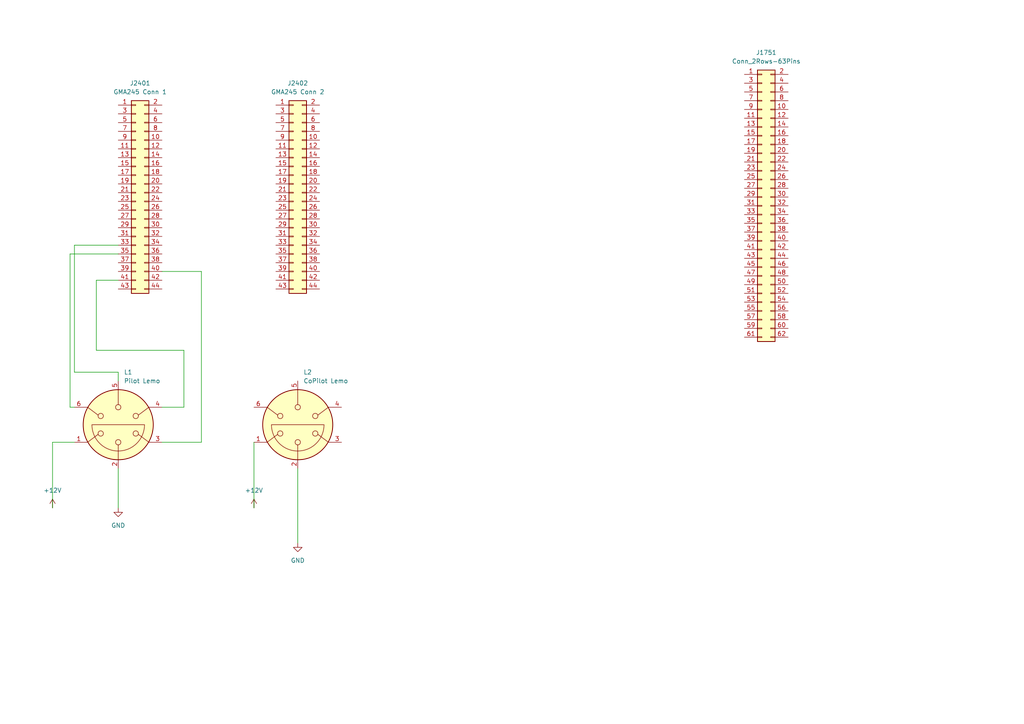
<source format=kicad_sch>
(kicad_sch (version 20230121) (generator eeschema)
  (paper "A4")
  (lib_symbols
    (symbol "Conn_2Rows-45Pins_1" (pin_names (offset 1.016) hide)
      (property "Reference" "J1" (at 1.27 34.29 0))
      (property "Value" "Conn_2Rows-45Pins" (at 1.27 31.75 0))
      (symbol "Conn_2Rows-45Pins_1_1_1"
        (rectangle (start -1.27 -25.273) (end 0 -25.527) (stroke (width 0.1524)))
        (rectangle (start -1.27 -22.733) (end 0 -22.987) (stroke (width 0.1524)))
        (rectangle (start -1.27 -20.193) (end 0 -20.447) (stroke (width 0.1524)))
        (rectangle (start -1.27 -17.653) (end 0 -17.907) (stroke (width 0.1524)))
        (rectangle (start -1.27 -15.113) (end 0 -15.367) (stroke (width 0.1524)))
        (rectangle (start -1.27 -12.573) (end 0 -12.827) (stroke (width 0.1524)))
        (rectangle (start -1.27 -10.033) (end 0 -10.287) (stroke (width 0.1524)))
        (rectangle (start -1.27 -7.493) (end 0 -7.747) (stroke (width 0.1524)))
        (rectangle (start -1.27 -4.953) (end 0 -5.207) (stroke (width 0.1524)))
        (rectangle (start -1.27 -2.413) (end 0 -2.667) (stroke (width 0.1524)))
        (rectangle (start -1.27 0.127) (end 0 -0.127) (stroke (width 0.1524)))
        (rectangle (start -1.27 2.667) (end 0 2.413) (stroke (width 0.1524)))
        (rectangle (start -1.27 5.207) (end 0 4.953) (stroke (width 0.1524)))
        (rectangle (start -1.27 7.747) (end 0 7.493) (stroke (width 0.1524)))
        (rectangle (start -1.27 10.287) (end 0 10.033) (stroke (width 0.1524)))
        (rectangle (start -1.27 12.827) (end 0 12.573) (stroke (width 0.1524)))
        (rectangle (start -1.27 15.367) (end 0 15.113) (stroke (width 0.1524)))
        (rectangle (start -1.27 17.907) (end 0 17.653) (stroke (width 0.1524)))
        (rectangle (start -1.27 20.447) (end 0 20.193) (stroke (width 0.1524)))
        (rectangle (start -1.27 22.987) (end 0 22.733) (stroke (width 0.1524)))
        (rectangle (start -1.27 25.527) (end 0 25.273) (stroke (width 0.1524)))
        (rectangle (start -1.27 28.067) (end 0 27.813) (stroke (width 0.1524)))
        (rectangle (start -1.27 29.21) (end 3.81 -26.67) (stroke (width 0.254)) (fill (type background)))
        (rectangle (start 3.81 -25.273) (end 2.54 -25.527) (stroke (width 0.1524)))
        (rectangle (start 3.81 -22.733) (end 2.54 -22.987) (stroke (width 0.1524)))
        (rectangle (start 3.81 -20.193) (end 2.54 -20.447) (stroke (width 0.1524)))
        (rectangle (start 3.81 -17.653) (end 2.54 -17.907) (stroke (width 0.1524)))
        (rectangle (start 3.81 -15.113) (end 2.54 -15.367) (stroke (width 0.1524)))
        (rectangle (start 3.81 -12.573) (end 2.54 -12.827) (stroke (width 0.1524)))
        (rectangle (start 3.81 -10.033) (end 2.54 -10.287) (stroke (width 0.1524)))
        (rectangle (start 3.81 -7.493) (end 2.54 -7.747) (stroke (width 0.1524)))
        (rectangle (start 3.81 -4.953) (end 2.54 -5.207) (stroke (width 0.1524)))
        (rectangle (start 3.81 -2.413) (end 2.54 -2.667) (stroke (width 0.1524)))
        (rectangle (start 3.81 0.127) (end 2.54 -0.127) (stroke (width 0.1524)))
        (rectangle (start 3.81 2.667) (end 2.54 2.413) (stroke (width 0.1524)))
        (rectangle (start 3.81 5.207) (end 2.54 4.953) (stroke (width 0.1524)))
        (rectangle (start 3.81 7.747) (end 2.54 7.493) (stroke (width 0.1524)))
        (rectangle (start 3.81 10.287) (end 2.54 10.033) (stroke (width 0.1524)))
        (rectangle (start 3.81 12.827) (end 2.54 12.573) (stroke (width 0.1524)))
        (rectangle (start 3.81 15.367) (end 2.54 15.113) (stroke (width 0.1524)))
        (rectangle (start 3.81 17.907) (end 2.54 17.653) (stroke (width 0.1524)))
        (rectangle (start 3.81 20.447) (end 2.54 20.193) (stroke (width 0.1524)))
        (rectangle (start 3.81 22.987) (end 2.54 22.733) (stroke (width 0.1524)))
        (rectangle (start 3.81 25.527) (end 2.54 25.273) (stroke (width 0.1524)))
        (rectangle (start 3.81 28.067) (end 2.54 27.813) (stroke (width 0.1524)))
        (pin passive line (at -5.08 27.94 0) (length 3.81) (name "Pin_1") (number "1"))
        (pin passive line (at 7.62 17.78 180) (length 3.81) (name "Pin_10") (number "10"))
        (pin passive line (at -5.08 15.24 0) (length 3.81) (name "Pin_11") (number "11"))
        (pin passive line (at 7.62 15.24 180) (length 3.81) (name "Pin_12") (number "12"))
        (pin passive line (at -5.08 12.7 0) (length 3.81) (name "Pin_13") (number "13"))
        (pin passive line (at 7.62 12.7 180) (length 3.81) (name "Pin_14") (number "14"))
        (pin passive line (at -5.08 10.16 0) (length 3.81) (name "Pin_15") (number "15"))
        (pin passive line (at 7.62 10.16 180) (length 3.81) (name "Pin_16") (number "16"))
        (pin passive line (at -5.08 7.62 0) (length 3.81) (name "Pin_17") (number "17"))
        (pin passive line (at 7.62 7.62 180) (length 3.81) (name "Pin_18") (number "18"))
        (pin passive line (at -5.08 5.08 0) (length 3.81) (name "Pin_19") (number "19"))
        (pin passive line (at 7.62 27.94 180) (length 3.81) (name "Pin_2") (number "2"))
        (pin passive line (at 7.62 5.08 180) (length 3.81) (name "Pin_20") (number "20"))
        (pin passive line (at -5.08 2.54 0) (length 3.81) (name "Pin_21") (number "21"))
        (pin passive line (at 7.62 2.54 180) (length 3.81) (name "Pin_22") (number "22"))
        (pin passive line (at -5.08 0 0) (length 3.81) (name "Pin_23") (number "23"))
        (pin passive line (at 7.62 0 180) (length 3.81) (name "Pin_24") (number "24"))
        (pin passive line (at -5.08 -2.54 0) (length 3.81) (name "Pin_25") (number "25"))
        (pin passive line (at 7.62 -2.54 180) (length 3.81) (name "Pin_26") (number "26"))
        (pin passive line (at -5.08 -5.08 0) (length 3.81) (name "Pin_27") (number "27"))
        (pin passive line (at 7.62 -5.08 180) (length 3.81) (name "Pin_28") (number "28"))
        (pin passive line (at -5.08 -7.62 0) (length 3.81) (name "Pin_29") (number "29"))
        (pin passive line (at -5.08 25.4 0) (length 3.81) (name "Pin_3") (number "3"))
        (pin passive line (at 7.62 -7.62 180) (length 3.81) (name "Pin_30") (number "30"))
        (pin passive line (at -5.08 -10.16 0) (length 3.81) (name "Pin_31") (number "31"))
        (pin passive line (at 7.62 -10.16 180) (length 3.81) (name "Pin_32") (number "32"))
        (pin passive line (at -5.08 -12.7 0) (length 3.81) (name "Pin_33") (number "33"))
        (pin passive line (at 7.62 -12.7 180) (length 3.81) (name "Pin_34") (number "34"))
        (pin passive line (at -5.08 -15.24 0) (length 3.81) (name "Pin_35") (number "35"))
        (pin passive line (at 7.62 -15.24 180) (length 3.81) (name "Pin_36") (number "36"))
        (pin passive line (at -5.08 -17.78 0) (length 3.81) (name "Pin_37") (number "37"))
        (pin passive line (at 7.62 -17.78 180) (length 3.81) (name "Pin_38") (number "38"))
        (pin passive line (at -5.08 -20.32 0) (length 3.81) (name "Pin_39") (number "39"))
        (pin passive line (at 7.62 25.4 180) (length 3.81) (name "Pin_4") (number "4"))
        (pin passive line (at 7.62 -20.32 180) (length 3.81) (name "Pin_40") (number "40"))
        (pin passive line (at -5.08 -22.86 0) (length 3.81) (name "Pin_41") (number "41"))
        (pin passive line (at 7.62 -22.86 180) (length 3.81) (name "Pin_42") (number "42"))
        (pin passive line (at -5.08 -25.4 0) (length 3.81) (name "Pin_43") (number "43"))
        (pin passive line (at 7.62 -25.4 180) (length 3.81) (name "Pin_44") (number "44"))
        (pin passive line (at -5.08 22.86 0) (length 3.81) (name "Pin_5") (number "5"))
        (pin passive line (at 7.62 22.86 180) (length 3.81) (name "Pin_6") (number "6"))
        (pin passive line (at -5.08 20.32 0) (length 3.81) (name "Pin_7") (number "7"))
        (pin passive line (at 7.62 20.32 180) (length 3.81) (name "Pin_8") (number "8"))
        (pin passive line (at -5.08 17.78 0) (length 3.81) (name "Pin_9") (number "9"))
      )
    )
    (symbol "Connector:LEMO6" (pin_names (offset 1.016) hide)
      (property "Reference" "J" (at 8.255 9.525 0))
      (property "Value" "LEMO6" (at 8.255 -10.16 0))
      (symbol "LEMO6_0_1"
        (arc (start -7.62 -0.0254) (mid -5.3882 -5.3882) (end -0.0254 -7.62))
        (circle (center -5.08 -2.54) (radius 0.762))
        (circle (center -5.08 2.54) (radius 0.762))
        (circle (center 0 -5.08) (radius 0.762))
        (polyline (pts (xy -10.16 5.08) (xy -8.89 5.08)))
        (polyline (pts (xy -8.89 -5.08) (xy -10.16 -5.08)))
        (polyline (pts (xy -8.89 -5.08) (xy -5.842 -2.794)))
        (polyline (pts (xy -8.89 5.08) (xy -5.842 2.794)))
        (polyline (pts (xy -7.62 0) (xy 7.62 0)))
        (polyline (pts (xy 0 -10.16) (xy 0 -5.842)))
        (polyline (pts (xy 0 10.16) (xy 0 5.842)))
        (polyline (pts (xy 8.89 -5.08) (xy 5.842 -2.794)))
        (polyline (pts (xy 8.89 -5.08) (xy 10.16 -5.08)))
        (polyline (pts (xy 8.89 5.08) (xy 5.842 2.794)))
        (polyline (pts (xy 10.16 5.08) (xy 8.89 5.08)))
        (circle (center 0 0) (radius 10.16) (stroke (width 0.254)) (fill (type background)))
        (circle (center 0 5.08) (radius 0.762))
        (arc (start 0.0254 -7.62) (mid 5.3882 -5.3882) (end 7.62 -0.0254))
        (circle (center 5.08 -2.54) (radius 0.762))
        (circle (center 5.08 2.54) (radius 0.762))
      )
      (symbol "LEMO6_1_1"
        (pin passive line (at -12.7 -5.08 0) (length 2.54) (name "~") (number "1"))
        (pin passive line (at 0 -12.7 90) (length 2.54) (name "~") (number "2"))
        (pin passive line (at 12.7 -5.08 180) (length 2.54) (name "~") (number "3"))
        (pin passive line (at 12.7 5.08 180) (length 2.54) (name "~") (number "4"))
        (pin passive line (at 0 12.7 270) (length 2.54) (name "~") (number "5"))
        (pin passive line (at -12.7 5.08 0) (length 2.54) (name "~") (number "6"))
      )
    )
    (symbol "Connector_Generic:Conn_2Rows-63Pins" (pin_names (offset 1.016) hide)
      (property "Reference" "J3" (at 1.27 44.45 0))
      (property "Value" "Conn_2Rows-63Pins" (at 1.27 41.91 0))
      (symbol "Conn_2Rows-63Pins_1_1"
        (rectangle (start -1.27 -37.973) (end 0 -38.227) (stroke (width 0.1524)))
        (rectangle (start -1.27 -35.433) (end 0 -35.687) (stroke (width 0.1524)))
        (rectangle (start -1.27 -32.893) (end 0 -33.147) (stroke (width 0.1524)))
        (rectangle (start -1.27 -30.353) (end 0 -30.607) (stroke (width 0.1524)))
        (rectangle (start -1.27 -27.813) (end 0 -28.067) (stroke (width 0.1524)))
        (rectangle (start -1.27 -25.273) (end 0 -25.527) (stroke (width 0.1524)))
        (rectangle (start -1.27 -22.733) (end 0 -22.987) (stroke (width 0.1524)))
        (rectangle (start -1.27 -20.193) (end 0 -20.447) (stroke (width 0.1524)))
        (rectangle (start -1.27 -17.653) (end 0 -17.907) (stroke (width 0.1524)))
        (rectangle (start -1.27 -15.113) (end 0 -15.367) (stroke (width 0.1524)))
        (rectangle (start -1.27 -12.573) (end 0 -12.827) (stroke (width 0.1524)))
        (rectangle (start -1.27 -10.033) (end 0 -10.287) (stroke (width 0.1524)))
        (rectangle (start -1.27 -7.493) (end 0 -7.747) (stroke (width 0.1524)))
        (rectangle (start -1.27 -4.953) (end 0 -5.207) (stroke (width 0.1524)))
        (rectangle (start -1.27 -2.413) (end 0 -2.667) (stroke (width 0.1524)))
        (rectangle (start -1.27 0.127) (end 0 -0.127) (stroke (width 0.1524)))
        (rectangle (start -1.27 2.667) (end 0 2.413) (stroke (width 0.1524)))
        (rectangle (start -1.27 5.207) (end 0 4.953) (stroke (width 0.1524)))
        (rectangle (start -1.27 7.747) (end 0 7.493) (stroke (width 0.1524)))
        (rectangle (start -1.27 10.287) (end 0 10.033) (stroke (width 0.1524)))
        (rectangle (start -1.27 12.827) (end 0 12.573) (stroke (width 0.1524)))
        (rectangle (start -1.27 15.367) (end 0 15.113) (stroke (width 0.1524)))
        (rectangle (start -1.27 17.907) (end 0 17.653) (stroke (width 0.1524)))
        (rectangle (start -1.27 20.447) (end 0 20.193) (stroke (width 0.1524)))
        (rectangle (start -1.27 22.987) (end 0 22.733) (stroke (width 0.1524)))
        (rectangle (start -1.27 25.527) (end 0 25.273) (stroke (width 0.1524)))
        (rectangle (start -1.27 28.067) (end 0 27.813) (stroke (width 0.1524)))
        (rectangle (start -1.27 30.607) (end 0 30.353) (stroke (width 0.1524)))
        (rectangle (start -1.27 33.147) (end 0 32.893) (stroke (width 0.1524)))
        (rectangle (start -1.27 35.687) (end 0 35.433) (stroke (width 0.1524)))
        (rectangle (start -1.27 38.227) (end 0 37.973) (stroke (width 0.1524)))
        (rectangle (start -1.27 39.37) (end 3.81 -39.37) (stroke (width 0.254)) (fill (type background)))
        (rectangle (start 3.81 -37.973) (end 2.54 -38.227) (stroke (width 0.1524)))
        (rectangle (start 3.81 -35.433) (end 2.54 -35.687) (stroke (width 0.1524)))
        (rectangle (start 3.81 -32.893) (end 2.54 -33.147) (stroke (width 0.1524)))
        (rectangle (start 3.81 -30.353) (end 2.54 -30.607) (stroke (width 0.1524)))
        (rectangle (start 3.81 -27.813) (end 2.54 -28.067) (stroke (width 0.1524)))
        (rectangle (start 3.81 -25.273) (end 2.54 -25.527) (stroke (width 0.1524)))
        (rectangle (start 3.81 -22.733) (end 2.54 -22.987) (stroke (width 0.1524)))
        (rectangle (start 3.81 -20.193) (end 2.54 -20.447) (stroke (width 0.1524)))
        (rectangle (start 3.81 -17.653) (end 2.54 -17.907) (stroke (width 0.1524)))
        (rectangle (start 3.81 -15.113) (end 2.54 -15.367) (stroke (width 0.1524)))
        (rectangle (start 3.81 -12.573) (end 2.54 -12.827) (stroke (width 0.1524)))
        (rectangle (start 3.81 -10.033) (end 2.54 -10.287) (stroke (width 0.1524)))
        (rectangle (start 3.81 -7.493) (end 2.54 -7.747) (stroke (width 0.1524)))
        (rectangle (start 3.81 -4.953) (end 2.54 -5.207) (stroke (width 0.1524)))
        (rectangle (start 3.81 -2.413) (end 2.54 -2.667) (stroke (width 0.1524)))
        (rectangle (start 3.81 0.127) (end 2.54 -0.127) (stroke (width 0.1524)))
        (rectangle (start 3.81 2.667) (end 2.54 2.413) (stroke (width 0.1524)))
        (rectangle (start 3.81 5.207) (end 2.54 4.953) (stroke (width 0.1524)))
        (rectangle (start 3.81 7.747) (end 2.54 7.493) (stroke (width 0.1524)))
        (rectangle (start 3.81 10.287) (end 2.54 10.033) (stroke (width 0.1524)))
        (rectangle (start 3.81 12.827) (end 2.54 12.573) (stroke (width 0.1524)))
        (rectangle (start 3.81 15.367) (end 2.54 15.113) (stroke (width 0.1524)))
        (rectangle (start 3.81 17.907) (end 2.54 17.653) (stroke (width 0.1524)))
        (rectangle (start 3.81 20.447) (end 2.54 20.193) (stroke (width 0.1524)))
        (rectangle (start 3.81 22.987) (end 2.54 22.733) (stroke (width 0.1524)))
        (rectangle (start 3.81 25.527) (end 2.54 25.273) (stroke (width 0.1524)))
        (rectangle (start 3.81 28.067) (end 2.54 27.813) (stroke (width 0.1524)))
        (rectangle (start 3.81 30.607) (end 2.54 30.353) (stroke (width 0.1524)))
        (rectangle (start 3.81 33.147) (end 2.54 32.893) (stroke (width 0.1524)))
        (rectangle (start 3.81 35.687) (end 2.54 35.433) (stroke (width 0.1524)))
        (rectangle (start 3.81 38.227) (end 2.54 37.973) (stroke (width 0.1524)))
        (pin passive line (at -5.08 38.1 0) (length 3.81) (name "Pin_1") (number "1"))
        (pin passive line (at 7.62 27.94 180) (length 3.81) (name "Pin_10") (number "10"))
        (pin passive line (at -5.08 25.4 0) (length 3.81) (name "Pin_11") (number "11"))
        (pin passive line (at 7.62 25.4 180) (length 3.81) (name "Pin_12") (number "12"))
        (pin passive line (at -5.08 22.86 0) (length 3.81) (name "Pin_13") (number "13"))
        (pin passive line (at 7.62 22.86 180) (length 3.81) (name "Pin_14") (number "14"))
        (pin passive line (at -5.08 20.32 0) (length 3.81) (name "Pin_15") (number "15"))
        (pin passive line (at 7.62 20.32 180) (length 3.81) (name "Pin_16") (number "16"))
        (pin passive line (at -5.08 17.78 0) (length 3.81) (name "Pin_17") (number "17"))
        (pin passive line (at 7.62 17.78 180) (length 3.81) (name "Pin_18") (number "18"))
        (pin passive line (at -5.08 15.24 0) (length 3.81) (name "Pin_19") (number "19"))
        (pin passive line (at 7.62 38.1 180) (length 3.81) (name "Pin_2") (number "2"))
        (pin passive line (at 7.62 15.24 180) (length 3.81) (name "Pin_20") (number "20"))
        (pin passive line (at -5.08 12.7 0) (length 3.81) (name "Pin_21") (number "21"))
        (pin passive line (at 7.62 12.7 180) (length 3.81) (name "Pin_22") (number "22"))
        (pin passive line (at -5.08 10.16 0) (length 3.81) (name "Pin_23") (number "23"))
        (pin passive line (at 7.62 10.16 180) (length 3.81) (name "Pin_24") (number "24"))
        (pin passive line (at -5.08 7.62 0) (length 3.81) (name "Pin_25") (number "25"))
        (pin passive line (at 7.62 7.62 180) (length 3.81) (name "Pin_26") (number "26"))
        (pin passive line (at -5.08 5.08 0) (length 3.81) (name "Pin_27") (number "27"))
        (pin passive line (at 7.62 5.08 180) (length 3.81) (name "Pin_28") (number "28"))
        (pin passive line (at -5.08 2.54 0) (length 3.81) (name "Pin_29") (number "29"))
        (pin passive line (at -5.08 35.56 0) (length 3.81) (name "Pin_3") (number "3"))
        (pin passive line (at 7.62 2.54 180) (length 3.81) (name "Pin_30") (number "30"))
        (pin passive line (at -5.08 0 0) (length 3.81) (name "Pin_31") (number "31"))
        (pin passive line (at 7.62 0 180) (length 3.81) (name "Pin_32") (number "32"))
        (pin passive line (at -5.08 -2.54 0) (length 3.81) (name "Pin_33") (number "33"))
        (pin passive line (at 7.62 -2.54 180) (length 3.81) (name "Pin_34") (number "34"))
        (pin passive line (at -5.08 -5.08 0) (length 3.81) (name "Pin_35") (number "35"))
        (pin passive line (at 7.62 -5.08 180) (length 3.81) (name "Pin_36") (number "36"))
        (pin passive line (at -5.08 -7.62 0) (length 3.81) (name "Pin_37") (number "37"))
        (pin passive line (at 7.62 -7.62 180) (length 3.81) (name "Pin_38") (number "38"))
        (pin passive line (at -5.08 -10.16 0) (length 3.81) (name "Pin_39") (number "39"))
        (pin passive line (at 7.62 35.56 180) (length 3.81) (name "Pin_4") (number "4"))
        (pin passive line (at 7.62 -10.16 180) (length 3.81) (name "Pin_40") (number "40"))
        (pin passive line (at -5.08 -12.7 0) (length 3.81) (name "Pin_41") (number "41"))
        (pin passive line (at 7.62 -12.7 180) (length 3.81) (name "Pin_42") (number "42"))
        (pin passive line (at -5.08 -15.24 0) (length 3.81) (name "Pin_43") (number "43"))
        (pin passive line (at 7.62 -15.24 180) (length 3.81) (name "Pin_44") (number "44"))
        (pin passive line (at -5.08 -17.78 0) (length 3.81) (name "Pin_45") (number "45"))
        (pin passive line (at 7.62 -17.78 180) (length 3.81) (name "Pin_46") (number "46"))
        (pin passive line (at -5.08 -20.32 0) (length 3.81) (name "Pin_47") (number "47"))
        (pin passive line (at 7.62 -20.32 180) (length 3.81) (name "Pin_48") (number "48"))
        (pin passive line (at -5.08 -22.86 0) (length 3.81) (name "Pin_49") (number "49"))
        (pin passive line (at -5.08 33.02 0) (length 3.81) (name "Pin_5") (number "5"))
        (pin passive line (at 7.62 -22.86 180) (length 3.81) (name "Pin_50") (number "50"))
        (pin passive line (at -5.08 -25.4 0) (length 3.81) (name "Pin_51") (number "51"))
        (pin passive line (at 7.62 -25.4 180) (length 3.81) (name "Pin_52") (number "52"))
        (pin passive line (at -5.08 -27.94 0) (length 3.81) (name "Pin_53") (number "53"))
        (pin passive line (at 7.62 -27.94 180) (length 3.81) (name "Pin_54") (number "54"))
        (pin passive line (at -5.08 -30.48 0) (length 3.81) (name "Pin_55") (number "55"))
        (pin passive line (at 7.62 -30.48 180) (length 3.81) (name "Pin_56") (number "56"))
        (pin passive line (at -5.08 -33.02 0) (length 3.81) (name "Pin_57") (number "57"))
        (pin passive line (at 7.62 -33.02 180) (length 3.81) (name "Pin_58") (number "58"))
        (pin passive line (at -5.08 -35.56 0) (length 3.81) (name "Pin_59") (number "59"))
        (pin passive line (at 7.62 33.02 180) (length 3.81) (name "Pin_6") (number "6"))
        (pin passive line (at 7.62 -35.56 180) (length 3.81) (name "Pin_60") (number "60"))
        (pin passive line (at -5.08 -38.1 0) (length 3.81) (name "Pin_61") (number "61"))
        (pin passive line (at 7.62 -38.1 180) (length 3.81) (name "Pin_62") (number "62"))
        (pin passive line (at -5.08 30.48 0) (length 3.81) (name "Pin_7") (number "7"))
        (pin passive line (at 7.62 30.48 180) (length 3.81) (name "Pin_8") (number "8"))
        (pin passive line (at -5.08 27.94 0) (length 3.81) (name "Pin_9") (number "9"))
      )
    )
    (symbol "power:+12V" (power) (pin_names (offset 0))
      (property "Value" "+12V" (at 0 3.556 0))
      (symbol "+12V_0_1"
        (polyline (pts (xy -0.762 1.27) (xy 0 2.54)))
        (polyline (pts (xy 0 0) (xy 0 2.54)))
        (polyline (pts (xy 0 2.54) (xy 0.762 1.27)))
      )
      (symbol "+12V_1_1"
        (pin power_in line (at 0 0 90) (length 0) hide (name "+12V") (number "1"))
      )
    )
    (symbol "power:GND" (power) (pin_names (offset 0))
      (property "Value" "GND" (at 0 -3.81 0))
      (symbol "GND_0_1"
        (polyline (pts (xy 0 0) (xy 0 -1.27) (xy 1.27 -1.27) (xy 0 -2.54) (xy -1.27 -1.27) (xy 0 -1.27)))
      )
      (symbol "GND_1_1"
        (pin power_in line (at 0 0 270) (length 0) hide (name "GND") (number "1"))
      )
    )
  )
  (wire (pts (xy 21.59 118.11) (xy 20.32 118.11)))
  (wire (pts (xy 21.59 107.95) (xy 34.29 107.95)))
  (wire (pts (xy 21.59 71.12) (xy 21.59 107.95)))
  (wire (pts (xy 53.34 101.6) (xy 53.34 118.11)))
  (wire (pts (xy 46.99 78.74) (xy 58.42 78.74)))
  (wire (pts (xy 34.29 107.95) (xy 34.29 110.49)))
  (wire (pts (xy 27.94 101.6) (xy 53.34 101.6)))
  (wire (pts (xy 27.94 81.28) (xy 27.94 101.6)))
  (wire (pts (xy 20.32 73.66) (xy 34.29 73.66)))
  (wire (pts (xy 20.32 118.11) (xy 20.32 73.66)))
  (wire (pts (xy 34.29 135.89) (xy 34.29 147.32)))
  (wire (pts (xy 46.99 128.27) (xy 58.42 128.27)))
  (wire (pts (xy 34.29 71.12) (xy 21.59 71.12)))
  (wire (pts (xy 34.29 81.28) (xy 27.94 81.28)))
  (wire (pts (xy 73.66 128.27) (xy 73.66 147.32)))
  (wire (pts (xy 58.42 128.27) (xy 58.42 78.74)))
  (wire (pts (xy 46.99 118.11) (xy 53.34 118.11)))
  (wire (pts (xy 86.36 135.89) (xy 86.36 157.48)))
  (wire (pts (xy 15.24 128.27) (xy 15.24 147.32)))
  (wire (pts (xy 21.59 128.27) (xy 15.24 128.27)))
  (symbol (lib_id "Connector:LEMO6") (at 86.36 123.19 0) (unit 1)
    (property "Reference" "L2" (at 88.0111 107.95 0) (effects (justify left)))
    (property "Value" "CoPilot Lemo" (at 88.0111 110.49 0) (effects (justify left)))
    (property "Datasheet" " ~" (effects hide))
  )
  (symbol (lib_id "Connector_Generic:Conn_2Rows-63Pins") (at 220.98 59.69 0) (unit 1)
    (property "Reference" "J1751" (at 222.25 15.24 0))
    (property "Value" "Conn_2Rows-63Pins" (at 222.25 17.78 0))
    (property "Footprint" "Connector_Dsub:DSUB-62-HD_Male_Vertical_P2.41x1.98mm_MountingHoles" (effects hide))
  )
  (symbol (lib_id "power:+12V") (at 73.66 147.32 0) (unit 1)
    (property "Reference" "#PWR04" (effects hide))
    (property "Value" "+12V" (at 73.66 142.24 0))
  )
  (symbol (lib_id "power:+12V") (at 15.24 147.32 0) (unit 1)
    (property "Reference" "#PWR01" (effects hide))
    (property "Value" "+12V" (at 15.24 142.24 0))
  )
  (symbol (lib_name "Conn_2Rows-45Pins_1") (lib_id "Connector_Generic:Conn_2Rows-45Pins") (at 85.09 58.42 0) (unit 1)
    (property "Reference" "J2402" (at 86.36 24.13 0))
    (property "Value" "GMA245 Conn 2" (at 86.36 26.67 0))
    (property "Footprint" "Connector_Dsub:DSUB-44-HD_Male_Vertical_P2.29x1.98mm_MountingHoles" (effects hide))
  )
  (symbol (lib_id "Connector:LEMO6") (at 34.29 123.19 0) (unit 1)
    (property "Reference" "L1" (at 35.9411 107.95 0) (effects (justify left)))
    (property "Value" "Pilot Lemo" (at 35.9411 110.49 0) (effects (justify left)))
    (property "Datasheet" " ~" (effects hide))
  )
  (symbol (lib_id "power:GND") (at 34.29 147.32 0) (unit 1)
    (property "Reference" "#PWR02" (effects hide))
    (property "Value" "GND" (at 34.29 152.4 0))
  )
  (symbol (lib_name "Conn_2Rows-45Pins_1") (lib_id "Connector_Generic:Conn_2Rows-45Pins") (at 39.37 58.42 0) (unit 1)
    (property "Reference" "J2401" (at 40.64 24.13 0))
    (property "Value" "GMA245 Conn 1" (at 40.64 26.67 0))
    (property "Footprint" "Connector_Dsub:DSUB-44-HD_Male_Vertical_P2.29x1.98mm_MountingHoles" (effects hide))
  )
  (symbol (lib_id "power:GND") (at 86.36 157.48 0) (unit 1)
    (property "Reference" "#PWR03" (effects hide))
    (property "Value" "GND" (at 86.36 162.56 0))
  )
)
</source>
